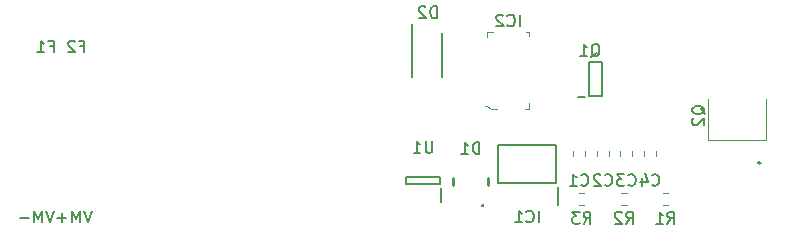
<source format=gbr>
G04 #@! TF.GenerationSoftware,KiCad,Pcbnew,5.1.0-unknown-9e240db~82~ubuntu18.04.1*
G04 #@! TF.CreationDate,2019-04-20T17:35:07+02:00*
G04 #@! TF.ProjectId,VoltMax PWM Board B,566f6c74-4d61-4782-9050-574d20426f61,rev?*
G04 #@! TF.SameCoordinates,Original*
G04 #@! TF.FileFunction,Legend,Bot*
G04 #@! TF.FilePolarity,Positive*
%FSLAX46Y46*%
G04 Gerber Fmt 4.6, Leading zero omitted, Abs format (unit mm)*
G04 Created by KiCad (PCBNEW 5.1.0-unknown-9e240db~82~ubuntu18.04.1) date 2019-04-20 17:35:07*
%MOMM*%
%LPD*%
G04 APERTURE LIST*
%ADD10C,0.200000*%
%ADD11C,0.100000*%
%ADD12C,0.120000*%
%ADD13C,0.254000*%
%ADD14C,0.150000*%
G04 APERTURE END LIST*
D10*
X126068095Y-94028571D02*
X126401428Y-94028571D01*
X126401428Y-94552380D02*
X126401428Y-93552380D01*
X125925238Y-93552380D01*
X125591904Y-93647619D02*
X125544285Y-93600000D01*
X125449047Y-93552380D01*
X125210952Y-93552380D01*
X125115714Y-93600000D01*
X125068095Y-93647619D01*
X125020476Y-93742857D01*
X125020476Y-93838095D01*
X125068095Y-93980952D01*
X125639523Y-94552380D01*
X125020476Y-94552380D01*
X123468095Y-94028571D02*
X123801428Y-94028571D01*
X123801428Y-94552380D02*
X123801428Y-93552380D01*
X123325238Y-93552380D01*
X122420476Y-94552380D02*
X122991904Y-94552380D01*
X122706190Y-94552380D02*
X122706190Y-93552380D01*
X122801428Y-93695238D01*
X122896666Y-93790476D01*
X122991904Y-93838095D01*
X183650000Y-103900000D02*
G75*
G02X183450000Y-103900000I-100000J0D01*
G01*
X183450000Y-103900000D02*
G75*
G02X183650000Y-103900000I100000J0D01*
G01*
X183450000Y-103900000D02*
X183450000Y-103900000D01*
X183650000Y-103900000D02*
X183650000Y-103900000D01*
D11*
X179200000Y-101950000D02*
X179200000Y-98500000D01*
X184100000Y-101950000D02*
X179200000Y-101950000D01*
X184100000Y-98500000D02*
X184100000Y-101950000D01*
D12*
X167790000Y-103320000D02*
X167790000Y-102880000D01*
X168810000Y-103320000D02*
X168810000Y-102880000D01*
X169790000Y-103320000D02*
X169790000Y-102880000D01*
X170810000Y-103320000D02*
X170810000Y-102880000D01*
X171790000Y-103320000D02*
X171790000Y-102880000D01*
X172810000Y-103320000D02*
X172810000Y-102880000D01*
X173790000Y-103320000D02*
X173790000Y-102880000D01*
X174810000Y-103320000D02*
X174810000Y-102880000D01*
D13*
X160140000Y-107523000D02*
G75*
G03X160140000Y-107523000I-52000J0D01*
G01*
X157650000Y-105200000D02*
X157650000Y-105800000D01*
X160550000Y-105200000D02*
X160550000Y-105800000D01*
D10*
X156650000Y-92950000D02*
X156650000Y-96650000D01*
X154150000Y-92165000D02*
X154150000Y-96650000D01*
X166480000Y-107475000D02*
X166480000Y-105950000D01*
X161450000Y-105600000D02*
X166350000Y-105600000D01*
X161450000Y-102400000D02*
X161450000Y-105600000D01*
X166350000Y-102400000D02*
X161450000Y-102400000D01*
X166350000Y-105600000D02*
X166350000Y-102400000D01*
D11*
X164075000Y-92825000D02*
X163775000Y-92825000D01*
X164075000Y-93200000D02*
X164075000Y-92825000D01*
X164075000Y-99375000D02*
X163675000Y-99375000D01*
X164075000Y-98875000D02*
X164075000Y-99375000D01*
X160525000Y-92825000D02*
X160525000Y-93275000D01*
X161000000Y-92825000D02*
X160525000Y-92825000D01*
X160525000Y-99075000D02*
X160330000Y-99075000D01*
X160850000Y-99375000D02*
X160525000Y-99075000D01*
X161325000Y-99375000D02*
X160850000Y-99375000D01*
D10*
X168225000Y-98310000D02*
X168800000Y-98310000D01*
X169150000Y-95350000D02*
X169150000Y-98250000D01*
X170250000Y-95350000D02*
X169150000Y-95350000D01*
X170250000Y-98250000D02*
X170250000Y-95350000D01*
X169150000Y-98250000D02*
X170250000Y-98250000D01*
D12*
X175820000Y-107510000D02*
X175380000Y-107510000D01*
X175820000Y-106490000D02*
X175380000Y-106490000D01*
X171880000Y-106490000D02*
X172320000Y-106490000D01*
X171880000Y-107510000D02*
X172320000Y-107510000D01*
X168280000Y-106490000D02*
X168720000Y-106490000D01*
X168280000Y-107510000D02*
X168720000Y-107510000D01*
D10*
X156600000Y-107250000D02*
X156600000Y-106050000D01*
X153650000Y-105700000D02*
X156550000Y-105700000D01*
X153650000Y-105100000D02*
X153650000Y-105700000D01*
X156550000Y-105100000D02*
X153650000Y-105100000D01*
X156550000Y-105700000D02*
X156550000Y-105100000D01*
D14*
X178947619Y-99804761D02*
X178900000Y-99709523D01*
X178804761Y-99614285D01*
X178661904Y-99471428D01*
X178614285Y-99376190D01*
X178614285Y-99280952D01*
X178852380Y-99328571D02*
X178804761Y-99233333D01*
X178709523Y-99138095D01*
X178519047Y-99090476D01*
X178185714Y-99090476D01*
X177995238Y-99138095D01*
X177900000Y-99233333D01*
X177852380Y-99328571D01*
X177852380Y-99519047D01*
X177900000Y-99614285D01*
X177995238Y-99709523D01*
X178185714Y-99757142D01*
X178519047Y-99757142D01*
X178709523Y-99709523D01*
X178804761Y-99614285D01*
X178852380Y-99519047D01*
X178852380Y-99328571D01*
X177947619Y-100138095D02*
X177900000Y-100185714D01*
X177852380Y-100280952D01*
X177852380Y-100519047D01*
X177900000Y-100614285D01*
X177947619Y-100661904D01*
X178042857Y-100709523D01*
X178138095Y-100709523D01*
X178280952Y-100661904D01*
X178852380Y-100090476D01*
X178852380Y-100709523D01*
X168466666Y-105757142D02*
X168514285Y-105804761D01*
X168657142Y-105852380D01*
X168752380Y-105852380D01*
X168895238Y-105804761D01*
X168990476Y-105709523D01*
X169038095Y-105614285D01*
X169085714Y-105423809D01*
X169085714Y-105280952D01*
X169038095Y-105090476D01*
X168990476Y-104995238D01*
X168895238Y-104900000D01*
X168752380Y-104852380D01*
X168657142Y-104852380D01*
X168514285Y-104900000D01*
X168466666Y-104947619D01*
X167514285Y-105852380D02*
X168085714Y-105852380D01*
X167800000Y-105852380D02*
X167800000Y-104852380D01*
X167895238Y-104995238D01*
X167990476Y-105090476D01*
X168085714Y-105138095D01*
X170466666Y-105757142D02*
X170514285Y-105804761D01*
X170657142Y-105852380D01*
X170752380Y-105852380D01*
X170895238Y-105804761D01*
X170990476Y-105709523D01*
X171038095Y-105614285D01*
X171085714Y-105423809D01*
X171085714Y-105280952D01*
X171038095Y-105090476D01*
X170990476Y-104995238D01*
X170895238Y-104900000D01*
X170752380Y-104852380D01*
X170657142Y-104852380D01*
X170514285Y-104900000D01*
X170466666Y-104947619D01*
X170085714Y-104947619D02*
X170038095Y-104900000D01*
X169942857Y-104852380D01*
X169704761Y-104852380D01*
X169609523Y-104900000D01*
X169561904Y-104947619D01*
X169514285Y-105042857D01*
X169514285Y-105138095D01*
X169561904Y-105280952D01*
X170133333Y-105852380D01*
X169514285Y-105852380D01*
X172466666Y-105757142D02*
X172514285Y-105804761D01*
X172657142Y-105852380D01*
X172752380Y-105852380D01*
X172895238Y-105804761D01*
X172990476Y-105709523D01*
X173038095Y-105614285D01*
X173085714Y-105423809D01*
X173085714Y-105280952D01*
X173038095Y-105090476D01*
X172990476Y-104995238D01*
X172895238Y-104900000D01*
X172752380Y-104852380D01*
X172657142Y-104852380D01*
X172514285Y-104900000D01*
X172466666Y-104947619D01*
X172133333Y-104852380D02*
X171514285Y-104852380D01*
X171847619Y-105233333D01*
X171704761Y-105233333D01*
X171609523Y-105280952D01*
X171561904Y-105328571D01*
X171514285Y-105423809D01*
X171514285Y-105661904D01*
X171561904Y-105757142D01*
X171609523Y-105804761D01*
X171704761Y-105852380D01*
X171990476Y-105852380D01*
X172085714Y-105804761D01*
X172133333Y-105757142D01*
X174466666Y-105757142D02*
X174514285Y-105804761D01*
X174657142Y-105852380D01*
X174752380Y-105852380D01*
X174895238Y-105804761D01*
X174990476Y-105709523D01*
X175038095Y-105614285D01*
X175085714Y-105423809D01*
X175085714Y-105280952D01*
X175038095Y-105090476D01*
X174990476Y-104995238D01*
X174895238Y-104900000D01*
X174752380Y-104852380D01*
X174657142Y-104852380D01*
X174514285Y-104900000D01*
X174466666Y-104947619D01*
X173609523Y-105185714D02*
X173609523Y-105852380D01*
X173847619Y-104804761D02*
X174085714Y-105519047D01*
X173466666Y-105519047D01*
X159838095Y-103152380D02*
X159838095Y-102152380D01*
X159600000Y-102152380D01*
X159457142Y-102200000D01*
X159361904Y-102295238D01*
X159314285Y-102390476D01*
X159266666Y-102580952D01*
X159266666Y-102723809D01*
X159314285Y-102914285D01*
X159361904Y-103009523D01*
X159457142Y-103104761D01*
X159600000Y-103152380D01*
X159838095Y-103152380D01*
X158314285Y-103152380D02*
X158885714Y-103152380D01*
X158600000Y-103152380D02*
X158600000Y-102152380D01*
X158695238Y-102295238D01*
X158790476Y-102390476D01*
X158885714Y-102438095D01*
X156238095Y-91652380D02*
X156238095Y-90652380D01*
X156000000Y-90652380D01*
X155857142Y-90700000D01*
X155761904Y-90795238D01*
X155714285Y-90890476D01*
X155666666Y-91080952D01*
X155666666Y-91223809D01*
X155714285Y-91414285D01*
X155761904Y-91509523D01*
X155857142Y-91604761D01*
X156000000Y-91652380D01*
X156238095Y-91652380D01*
X155285714Y-90747619D02*
X155238095Y-90700000D01*
X155142857Y-90652380D01*
X154904761Y-90652380D01*
X154809523Y-90700000D01*
X154761904Y-90747619D01*
X154714285Y-90842857D01*
X154714285Y-90938095D01*
X154761904Y-91080952D01*
X155333333Y-91652380D01*
X154714285Y-91652380D01*
X164876190Y-108952380D02*
X164876190Y-107952380D01*
X163828571Y-108857142D02*
X163876190Y-108904761D01*
X164019047Y-108952380D01*
X164114285Y-108952380D01*
X164257142Y-108904761D01*
X164352380Y-108809523D01*
X164400000Y-108714285D01*
X164447619Y-108523809D01*
X164447619Y-108380952D01*
X164400000Y-108190476D01*
X164352380Y-108095238D01*
X164257142Y-108000000D01*
X164114285Y-107952380D01*
X164019047Y-107952380D01*
X163876190Y-108000000D01*
X163828571Y-108047619D01*
X162876190Y-108952380D02*
X163447619Y-108952380D01*
X163161904Y-108952380D02*
X163161904Y-107952380D01*
X163257142Y-108095238D01*
X163352380Y-108190476D01*
X163447619Y-108238095D01*
X163276190Y-92352380D02*
X163276190Y-91352380D01*
X162228571Y-92257142D02*
X162276190Y-92304761D01*
X162419047Y-92352380D01*
X162514285Y-92352380D01*
X162657142Y-92304761D01*
X162752380Y-92209523D01*
X162800000Y-92114285D01*
X162847619Y-91923809D01*
X162847619Y-91780952D01*
X162800000Y-91590476D01*
X162752380Y-91495238D01*
X162657142Y-91400000D01*
X162514285Y-91352380D01*
X162419047Y-91352380D01*
X162276190Y-91400000D01*
X162228571Y-91447619D01*
X161847619Y-91447619D02*
X161800000Y-91400000D01*
X161704761Y-91352380D01*
X161466666Y-91352380D01*
X161371428Y-91400000D01*
X161323809Y-91447619D01*
X161276190Y-91542857D01*
X161276190Y-91638095D01*
X161323809Y-91780952D01*
X161895238Y-92352380D01*
X161276190Y-92352380D01*
X169295238Y-94947619D02*
X169390476Y-94900000D01*
X169485714Y-94804761D01*
X169628571Y-94661904D01*
X169723809Y-94614285D01*
X169819047Y-94614285D01*
X169771428Y-94852380D02*
X169866666Y-94804761D01*
X169961904Y-94709523D01*
X170009523Y-94519047D01*
X170009523Y-94185714D01*
X169961904Y-93995238D01*
X169866666Y-93900000D01*
X169771428Y-93852380D01*
X169580952Y-93852380D01*
X169485714Y-93900000D01*
X169390476Y-93995238D01*
X169342857Y-94185714D01*
X169342857Y-94519047D01*
X169390476Y-94709523D01*
X169485714Y-94804761D01*
X169580952Y-94852380D01*
X169771428Y-94852380D01*
X168390476Y-94852380D02*
X168961904Y-94852380D01*
X168676190Y-94852380D02*
X168676190Y-93852380D01*
X168771428Y-93995238D01*
X168866666Y-94090476D01*
X168961904Y-94138095D01*
X175766666Y-109052380D02*
X176100000Y-108576190D01*
X176338095Y-109052380D02*
X176338095Y-108052380D01*
X175957142Y-108052380D01*
X175861904Y-108100000D01*
X175814285Y-108147619D01*
X175766666Y-108242857D01*
X175766666Y-108385714D01*
X175814285Y-108480952D01*
X175861904Y-108528571D01*
X175957142Y-108576190D01*
X176338095Y-108576190D01*
X174814285Y-109052380D02*
X175385714Y-109052380D01*
X175100000Y-109052380D02*
X175100000Y-108052380D01*
X175195238Y-108195238D01*
X175290476Y-108290476D01*
X175385714Y-108338095D01*
X172266666Y-109052380D02*
X172600000Y-108576190D01*
X172838095Y-109052380D02*
X172838095Y-108052380D01*
X172457142Y-108052380D01*
X172361904Y-108100000D01*
X172314285Y-108147619D01*
X172266666Y-108242857D01*
X172266666Y-108385714D01*
X172314285Y-108480952D01*
X172361904Y-108528571D01*
X172457142Y-108576190D01*
X172838095Y-108576190D01*
X171885714Y-108147619D02*
X171838095Y-108100000D01*
X171742857Y-108052380D01*
X171504761Y-108052380D01*
X171409523Y-108100000D01*
X171361904Y-108147619D01*
X171314285Y-108242857D01*
X171314285Y-108338095D01*
X171361904Y-108480952D01*
X171933333Y-109052380D01*
X171314285Y-109052380D01*
X168666666Y-109052380D02*
X169000000Y-108576190D01*
X169238095Y-109052380D02*
X169238095Y-108052380D01*
X168857142Y-108052380D01*
X168761904Y-108100000D01*
X168714285Y-108147619D01*
X168666666Y-108242857D01*
X168666666Y-108385714D01*
X168714285Y-108480952D01*
X168761904Y-108528571D01*
X168857142Y-108576190D01*
X169238095Y-108576190D01*
X168333333Y-108052380D02*
X167714285Y-108052380D01*
X168047619Y-108433333D01*
X167904761Y-108433333D01*
X167809523Y-108480952D01*
X167761904Y-108528571D01*
X167714285Y-108623809D01*
X167714285Y-108861904D01*
X167761904Y-108957142D01*
X167809523Y-109004761D01*
X167904761Y-109052380D01*
X168190476Y-109052380D01*
X168285714Y-109004761D01*
X168333333Y-108957142D01*
X155861904Y-102052380D02*
X155861904Y-102861904D01*
X155814285Y-102957142D01*
X155766666Y-103004761D01*
X155671428Y-103052380D01*
X155480952Y-103052380D01*
X155385714Y-103004761D01*
X155338095Y-102957142D01*
X155290476Y-102861904D01*
X155290476Y-102052380D01*
X154290476Y-103052380D02*
X154861904Y-103052380D01*
X154576190Y-103052380D02*
X154576190Y-102052380D01*
X154671428Y-102195238D01*
X154766666Y-102290476D01*
X154861904Y-102338095D01*
X123823809Y-107952380D02*
X123490476Y-108952380D01*
X123157142Y-107952380D01*
X122823809Y-108952380D02*
X122823809Y-107952380D01*
X122490476Y-108666666D01*
X122157142Y-107952380D01*
X122157142Y-108952380D01*
X121680952Y-108571428D02*
X120919047Y-108571428D01*
X127023809Y-107952380D02*
X126690476Y-108952380D01*
X126357142Y-107952380D01*
X126023809Y-108952380D02*
X126023809Y-107952380D01*
X125690476Y-108666666D01*
X125357142Y-107952380D01*
X125357142Y-108952380D01*
X124880952Y-108571428D02*
X124119047Y-108571428D01*
X124500000Y-108952380D02*
X124500000Y-108190476D01*
M02*

</source>
